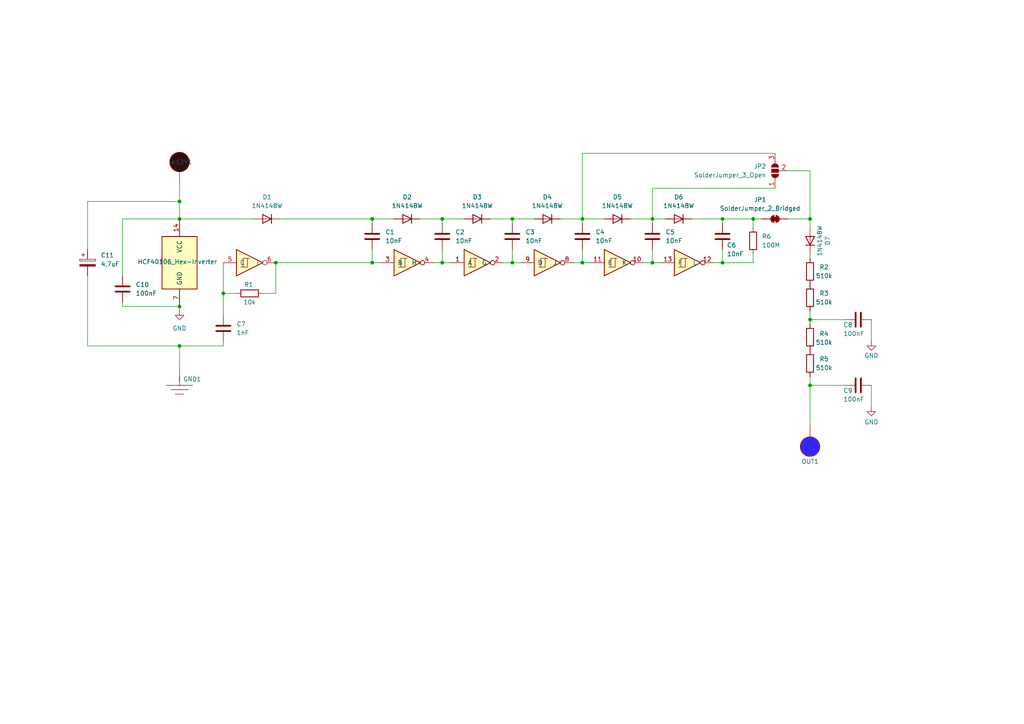
<source format=kicad_sch>
(kicad_sch (version 20250114) (generator "eeschema") (generator_version "9.0")
  (paper "A4")
  (lib_symbols
    (symbol "Device:C" (pin_numbers (hide yes)) (pin_names (offset 0.254))
      (property "Reference" "C" (at 0.635 2.54 0))
      (property "Value" "C" (at 0.635 -2.54 0))
      (symbol "C_0_1"
        (polyline (pts (xy -2.032 0.762) (xy 2.032 0.762)) (stroke (width 0.508)))
        (polyline (pts (xy -2.032 -0.762) (xy 2.032 -0.762)) (stroke (width 0.508)))
      )
      (symbol "C_1_1"
        (pin passive line (at 0 3.81 270) (length 2.794) (name "~") (number "1"))
        (pin passive line (at 0 -3.81 90) (length 2.794) (name "~") (number "2"))
      )
    )
    (symbol "Device:C_Polarized" (pin_numbers (hide yes)) (pin_names (offset 0.254))
      (property "Reference" "C" (at 0.635 2.54 0))
      (property "Value" "C_Polarized" (at 0.635 -2.54 0))
      (symbol "C_Polarized_0_1"
        (rectangle (start -2.286 0.508) (end 2.286 1.016))
        (polyline (pts (xy -1.778 2.286) (xy -0.762 2.286)))
        (polyline (pts (xy -1.27 2.794) (xy -1.27 1.778)))
        (rectangle (start 2.286 -0.508) (end -2.286 -1.016) (fill (type outline)))
      )
      (symbol "C_Polarized_1_1"
        (pin passive line (at 0 3.81 270) (length 2.794) (name "~") (number "1"))
        (pin passive line (at 0 -3.81 90) (length 2.794) (name "~") (number "2"))
      )
    )
    (symbol "Device:R" (pin_numbers (hide yes)) (pin_names (offset 0))
      (property "Reference" "R" (at 2.032 0 90))
      (property "Value" "R" (at 0 0 90))
      (symbol "R_0_1"
        (rectangle (start -1.016 -2.54) (end 1.016 2.54) (stroke (width 0.254)))
      )
      (symbol "R_1_1"
        (pin passive line (at 0 3.81 270) (length 1.27) (name "~") (number "1"))
        (pin passive line (at 0 -3.81 90) (length 1.27) (name "~") (number "2"))
      )
    )
    (symbol "Diode:1N4148W" (pin_numbers (hide yes)) (pin_names (hide yes))
      (property "Reference" "D" (at 0 2.54 0))
      (property "Value" "1N4148W" (at 0 -2.54 0))
      (symbol "1N4148W_0_1"
        (polyline (pts (xy -1.27 1.27) (xy -1.27 -1.27)) (stroke (width 0.254)))
        (polyline (pts (xy 1.27 1.27) (xy 1.27 -1.27) (xy -1.27 0) (xy 1.27 1.27)) (stroke (width 0.254)))
        (polyline (pts (xy 1.27 0) (xy -1.27 0)))
      )
      (symbol "1N4148W_1_1"
        (pin passive line (at -3.81 0 0) (length 2.54) (name "K") (number "1"))
        (pin passive line (at 3.81 0 180) (length 2.54) (name "A") (number "2"))
      )
    )
    (symbol "HCF40106YM013TR:HCF40106_Hex-Inverter" (pin_names (offset 1.016))
      (property "Value" "HCF40106_Hex-Inverter" (at 1.016 0.254 0))
      (symbol "HCF40106_Hex-Inverter_1_0"
        (polyline (pts (xy -3.81 3.81) (xy -3.81 -3.81) (xy 3.81 0) (xy -3.81 3.81)) (stroke (width 0.254)) (fill (type background)))
        (pin input line (at -7.62 0 0) (length 3.81) (name "A") (number "1"))
        (pin output inverted (at 7.62 0 180) (length 3.81) (name "G") (number "2"))
      )
      (symbol "HCF40106_Hex-Inverter_1_1"
        (polyline (pts (xy -2.54 -1.27) (xy -0.635 -1.27) (xy -0.635 1.27) (xy 0 1.27)))
        (polyline (pts (xy -1.905 -1.27) (xy -1.905 1.27) (xy -0.635 1.27)))
      )
      (symbol "HCF40106_Hex-Inverter_2_0"
        (polyline (pts (xy -3.81 3.81) (xy -3.81 -3.81) (xy 3.81 0) (xy -3.81 3.81)) (stroke (width 0.254)) (fill (type background)))
        (pin input line (at -7.62 0 0) (length 3.81) (name "B") (number "3"))
        (pin output inverted (at 7.62 0 180) (length 3.81) (name "H") (number "4"))
      )
      (symbol "HCF40106_Hex-Inverter_2_1"
        (polyline (pts (xy -2.54 -1.27) (xy -0.635 -1.27) (xy -0.635 1.27) (xy 0 1.27)))
        (polyline (pts (xy -1.905 -1.27) (xy -1.905 1.27) (xy -0.635 1.27)))
      )
      (symbol "HCF40106_Hex-Inverter_3_0"
        (polyline (pts (xy -3.81 3.81) (xy -3.81 -3.81) (xy 3.81 0) (xy -3.81 3.81)) (stroke (width 0.254)) (fill (type background)))
        (pin input line (at -7.62 0 0) (length 3.81) (name "C") (number "5"))
        (pin output inverted (at 7.62 0 180) (length 3.81) (name "I") (number "6"))
      )
      (symbol "HCF40106_Hex-Inverter_3_1"
        (polyline (pts (xy -2.54 -1.27) (xy -0.635 -1.27) (xy -0.635 1.27) (xy 0 1.27)))
        (polyline (pts (xy -1.905 -1.27) (xy -1.905 1.27) (xy -0.635 1.27)))
      )
      (symbol "HCF40106_Hex-Inverter_4_0"
        (polyline (pts (xy -3.81 3.81) (xy -3.81 -3.81) (xy 3.81 0) (xy -3.81 3.81)) (stroke (width 0.254)) (fill (type background)))
        (pin input line (at -7.62 0 0) (length 3.81) (name "D") (number "9"))
        (pin output inverted (at 7.62 0 180) (length 3.81) (name "J") (number "8"))
      )
      (symbol "HCF40106_Hex-Inverter_4_1"
        (polyline (pts (xy -2.54 -1.27) (xy -0.635 -1.27) (xy -0.635 1.27) (xy 0 1.27)))
        (polyline (pts (xy -1.905 -1.27) (xy -1.905 1.27) (xy -0.635 1.27)))
      )
      (symbol "HCF40106_Hex-Inverter_5_0"
        (polyline (pts (xy -3.81 3.81) (xy -3.81 -3.81) (xy 3.81 0) (xy -3.81 3.81)) (stroke (width 0.254)) (fill (type background)))
        (pin input line (at -7.62 0 0) (length 3.81) (name "E") (number "11"))
        (pin output inverted (at 7.62 0 180) (length 3.81) (name "K") (number "10"))
      )
      (symbol "HCF40106_Hex-Inverter_5_1"
        (polyline (pts (xy -2.54 -1.27) (xy -0.635 -1.27) (xy -0.635 1.27) (xy 0 1.27)))
        (polyline (pts (xy -1.905 -1.27) (xy -1.905 1.27) (xy -0.635 1.27)))
      )
      (symbol "HCF40106_Hex-Inverter_6_0"
        (polyline (pts (xy -3.81 3.81) (xy -3.81 -3.81) (xy 3.81 0) (xy -3.81 3.81)) (stroke (width 0.254)) (fill (type background)))
        (pin input line (at -7.62 0 0) (length 3.81) (name "F") (number "13"))
        (pin output inverted (at 7.62 0 180) (length 3.81) (name "L") (number "12"))
      )
      (symbol "HCF40106_Hex-Inverter_6_1"
        (polyline (pts (xy -2.54 -1.27) (xy -0.635 -1.27) (xy -0.635 1.27) (xy 0 1.27)))
        (polyline (pts (xy -1.905 -1.27) (xy -1.905 1.27) (xy -0.635 1.27)))
      )
      (symbol "HCF40106_Hex-Inverter_7_0"
        (pin power_in line (at 0 12.7 270) (length 5.08) (name "VCC") (number "14"))
        (pin power_in line (at 0 -12.7 90) (length 5.08) (name "GND") (number "7"))
      )
      (symbol "HCF40106_Hex-Inverter_7_1"
        (rectangle (start -5.08 7.62) (end 5.08 -7.62) (stroke (width 0.254)) (fill (type background)))
      )
    )
    (symbol "Jumper:SolderJumper_2_Bridged" (pin_numbers (hide yes)) (pin_names (offset 0) (hide yes)) (in_bom no)
      (property "Reference" "JP" (at 0 2.032 0))
      (property "Value" "SolderJumper_2_Bridged" (at 0 -2.54 0))
      (symbol "SolderJumper_2_Bridged_0_1"
        (rectangle (start -0.508 0.508) (end 0.508 -0.508) (fill (type outline)))
        (polyline (pts (xy -0.254 1.016) (xy -0.254 -1.016)))
        (arc (start -0.254 -1.016) (mid -1.2656 0) (end -0.254 1.016))
        (arc (start -0.254 -1.016) (mid -1.2656 0) (end -0.254 1.016) (fill (type outline)))
        (arc (start 0.254 1.016) (mid 1.2656 0) (end 0.254 -1.016))
        (arc (start 0.254 1.016) (mid 1.2656 0) (end 0.254 -1.016) (fill (type outline)))
        (polyline (pts (xy 0.254 1.016) (xy 0.254 -1.016)))
      )
      (symbol "SolderJumper_2_Bridged_1_1"
        (pin passive line (at -3.81 0 0) (length 2.54) (name "A") (number "1"))
        (pin passive line (at 3.81 0 180) (length 2.54) (name "B") (number "2"))
      )
    )
    (symbol "Jumper:SolderJumper_3_Open" (pin_names (offset 0) (hide yes)) (in_bom no)
      (property "Reference" "JP" (at -2.54 -2.54 0))
      (property "Value" "SolderJumper_3_Open" (at 0 2.794 0))
      (symbol "SolderJumper_3_Open_0_1"
        (polyline (pts (xy -2.54 0) (xy -2.032 0)))
        (polyline (pts (xy -1.016 1.016) (xy -1.016 -1.016)))
        (arc (start -1.016 -1.016) (mid -2.0276 0) (end -1.016 1.016))
        (arc (start -1.016 -1.016) (mid -2.0276 0) (end -1.016 1.016) (fill (type outline)))
        (rectangle (start -0.508 1.016) (end 0.508 -1.016) (fill (type outline)))
        (polyline (pts (xy 0 -1.27) (xy 0 -1.016)))
        (arc (start 1.016 1.016) (mid 2.0276 0) (end 1.016 -1.016))
        (arc (start 1.016 1.016) (mid 2.0276 0) (end 1.016 -1.016) (fill (type outline)))
        (polyline (pts (xy 1.016 1.016) (xy 1.016 -1.016)))
        (polyline (pts (xy 2.54 0) (xy 2.032 0)))
      )
      (symbol "SolderJumper_3_Open_1_1"
        (pin passive line (at -5.08 0 0) (length 2.54) (name "A") (number "1"))
        (pin passive line (at 0 -3.81 90) (length 2.54) (name "C") (number "2"))
        (pin passive line (at 5.08 0 180) (length 2.54) (name "B") (number "3"))
      )
    )
    (symbol "_PWR_CUSTOM:POL" (pin_numbers (hide yes))
      (property "Reference" "Q" (at 0 0 0))
      (symbol "POL_1_0"
        (pin power_out line (at 0 -6.35 90) (length 3.81) (name "~") (number "1"))
      )
      (symbol "POL_1_1"
        (circle (center 0 0) (radius 2.8398) (fill (type color) (color 52 37 255 1)))
      )
    )
    (symbol "_PWR_CUSTOM:PWR_WIRE_12V" (pin_numbers (hide yes)) (pin_names (hide yes))
      (property "Reference" "+12V" (at 0 0 0))
      (symbol "PWR_WIRE_12V_1_0"
        (pin power_in line (at 0 -6.35 90) (length 3.81) (name "~") (number "1"))
      )
      (symbol "PWR_WIRE_12V_1_1"
        (circle (center 0 0) (radius 2.8398) (fill (type color) (color 50 12 12 1)))
      )
    )
    (symbol "_PWR_CUSTOM:PWR_WIRE_GND" (pin_numbers (hide yes)) (pin_names (hide yes))
      (property "Reference" "GND" (at 2.54 0 0))
      (symbol "PWR_WIRE_GND_0_1"
        (polyline (pts (xy -2.54 -2.54) (xy 2.54 -2.54)))
        (polyline (pts (xy -1.27 -3.81) (xy 1.27 -3.81)))
        (polyline (pts (xy 0 1.27) (xy 0 -1.27) (xy -2.54 -1.27) (xy 2.54 -1.27) (xy 3.81 -1.27) (xy -3.81 -1.27)))
      )
      (symbol "PWR_WIRE_GND_1_0"
        (pin power_in line (at 0 3.81 270) (length 3.81) (name "~") (number "1"))
      )
    )
    (symbol "power:GND" (power) (pin_numbers (hide yes)) (pin_names (offset 0) (hide yes))
      (property "Value" "GND" (at 0 -3.81 0))
      (symbol "GND_0_1"
        (polyline (pts (xy 0 0) (xy 0 -1.27) (xy 1.27 -1.27) (xy 0 -2.54) (xy -1.27 -1.27) (xy 0 -1.27)))
      )
      (symbol "GND_1_1"
        (pin power_in line (at 0 0 270) (length 0) (name "~") (number "1"))
      )
    )
  )
  (junction (at 64.77 85.09))
  (junction (at 52.07 100.33))
  (junction (at 80.01 76.2))
  (junction (at 234.95 111.76))
  (junction (at 189.23 76.2))
  (junction (at 107.95 63.5))
  (junction (at 148.59 63.5))
  (junction (at 52.07 88.9))
  (junction (at 168.91 63.5))
  (junction (at 168.91 76.2))
  (junction (at 218.44 63.5))
  (junction (at 209.55 76.2))
  (junction (at 52.07 63.5))
  (junction (at 189.23 63.5))
  (junction (at 128.27 76.2))
  (junction (at 234.95 92.71))
  (junction (at 128.27 63.5))
  (junction (at 234.95 63.5))
  (junction (at 148.59 76.2))
  (junction (at 52.07 58.42))
  (junction (at 209.55 63.5))
  (junction (at 107.95 76.2))
  (wire (pts (xy 234.95 92.71) (xy 234.95 93.98)))
  (wire (pts (xy 218.44 73.66) (xy 218.44 76.2)))
  (wire (pts (xy 234.95 111.76) (xy 245.11 111.76)))
  (wire (pts (xy 182.88 63.5) (xy 189.23 63.5)))
  (wire (pts (xy 76.2 85.09) (xy 80.01 85.09)))
  (wire (pts (xy 121.92 63.5) (xy 128.27 63.5)))
  (wire (pts (xy 52.07 100.33) (xy 52.07 106.68)))
  (wire (pts (xy 107.95 63.5) (xy 114.3 63.5)))
  (wire (pts (xy 142.24 63.5) (xy 148.59 63.5)))
  (wire (pts (xy 128.27 63.5) (xy 128.27 64.77)))
  (wire (pts (xy 252.73 92.71) (xy 252.73 99.06)))
  (wire (pts (xy 146.05 76.2) (xy 148.59 76.2)))
  (wire (pts (xy 207.01 76.2) (xy 209.55 76.2)))
  (wire (pts (xy 35.56 63.5) (xy 52.07 63.5)))
  (wire (pts (xy 218.44 76.2) (xy 209.55 76.2)))
  (wire (pts (xy 234.95 49.53) (xy 234.95 63.5)))
  (wire (pts (xy 148.59 63.5) (xy 148.59 64.77)))
  (wire (pts (xy 128.27 63.5) (xy 134.62 63.5)))
  (wire (pts (xy 128.27 72.39) (xy 128.27 76.2)))
  (wire (pts (xy 35.56 87.63) (xy 35.56 88.9)))
  (wire (pts (xy 80.01 76.2) (xy 80.01 85.09)))
  (wire (pts (xy 228.6 49.53) (xy 234.95 49.53)))
  (wire (pts (xy 35.56 80.01) (xy 35.56 63.5)))
  (wire (pts (xy 25.4 58.42) (xy 25.4 72.39)))
  (wire (pts (xy 128.27 76.2) (xy 130.81 76.2)))
  (wire (pts (xy 64.77 85.09) (xy 68.58 85.09)))
  (wire (pts (xy 209.55 63.5) (xy 218.44 63.5)))
  (wire (pts (xy 168.91 63.5) (xy 168.91 64.77)))
  (wire (pts (xy 189.23 63.5) (xy 193.04 63.5)))
  (wire (pts (xy 168.91 63.5) (xy 168.91 44.45)))
  (wire (pts (xy 64.77 85.09) (xy 64.77 76.2)))
  (wire (pts (xy 148.59 63.5) (xy 154.94 63.5)))
  (wire (pts (xy 168.91 72.39) (xy 168.91 76.2)))
  (wire (pts (xy 35.56 88.9) (xy 52.07 88.9)))
  (wire (pts (xy 52.07 58.42) (xy 52.07 53.34)))
  (wire (pts (xy 64.77 85.09) (xy 64.77 91.44)))
  (wire (pts (xy 209.55 76.2) (xy 209.55 72.39)))
  (wire (pts (xy 168.91 76.2) (xy 171.45 76.2)))
  (wire (pts (xy 189.23 72.39) (xy 189.23 76.2)))
  (wire (pts (xy 189.23 63.5) (xy 189.23 64.77)))
  (wire (pts (xy 200.66 63.5) (xy 209.55 63.5)))
  (wire (pts (xy 209.55 63.5) (xy 209.55 64.77)))
  (wire (pts (xy 25.4 80.01) (xy 25.4 100.33)))
  (wire (pts (xy 107.95 63.5) (xy 107.95 64.77)))
  (wire (pts (xy 52.07 63.5) (xy 73.66 63.5)))
  (wire (pts (xy 168.91 63.5) (xy 175.26 63.5)))
  (wire (pts (xy 218.44 63.5) (xy 218.44 66.04)))
  (wire (pts (xy 168.91 44.45) (xy 224.79 44.45)))
  (wire (pts (xy 189.23 54.61) (xy 189.23 63.5)))
  (wire (pts (xy 234.95 90.17) (xy 234.95 92.71)))
  (wire (pts (xy 234.95 92.71) (xy 245.11 92.71)))
  (wire (pts (xy 64.77 100.33) (xy 64.77 99.06)))
  (wire (pts (xy 189.23 76.2) (xy 191.77 76.2)))
  (wire (pts (xy 107.95 72.39) (xy 107.95 76.2)))
  (wire (pts (xy 148.59 72.39) (xy 148.59 76.2)))
  (wire (pts (xy 234.95 73.66) (xy 234.95 74.93)))
  (wire (pts (xy 52.07 88.9) (xy 52.07 90.17)))
  (wire (pts (xy 166.37 76.2) (xy 168.91 76.2)))
  (wire (pts (xy 252.73 111.76) (xy 252.73 118.11)))
  (wire (pts (xy 228.6 63.5) (xy 234.95 63.5)))
  (wire (pts (xy 81.28 63.5) (xy 107.95 63.5)))
  (wire (pts (xy 234.95 109.22) (xy 234.95 111.76)))
  (wire (pts (xy 186.69 76.2) (xy 189.23 76.2)))
  (wire (pts (xy 52.07 58.42) (xy 25.4 58.42)))
  (wire (pts (xy 234.95 63.5) (xy 234.95 66.04)))
  (wire (pts (xy 25.4 100.33) (xy 52.07 100.33)))
  (wire (pts (xy 52.07 58.42) (xy 52.07 63.5)))
  (wire (pts (xy 162.56 63.5) (xy 168.91 63.5)))
  (wire (pts (xy 125.73 76.2) (xy 128.27 76.2)))
  (wire (pts (xy 148.59 76.2) (xy 151.13 76.2)))
  (wire (pts (xy 218.44 63.5) (xy 220.98 63.5)))
  (wire (pts (xy 80.01 76.2) (xy 107.95 76.2)))
  (wire (pts (xy 224.79 54.61) (xy 189.23 54.61)))
  (wire (pts (xy 107.95 76.2) (xy 110.49 76.2)))
  (wire (pts (xy 234.95 111.76) (xy 234.95 123.19)))
  (wire (pts (xy 52.07 100.33) (xy 64.77 100.33)))
  (symbol (lib_id "HCF40106YM013TR:HCF40106_Hex-Inverter") (at 138.43 76.2 0) (unit 1)
    (property "Reference" "U1" (effects (hide yes)))
    (property "Value" "HCF40106_Hex-Inverter" (effects (hide yes)))
    (property "Footprint" "01_LDC-footprints:SOIC127P600X175-14N" (effects (hide yes)))
    (property "Datasheet" "reichelt.de/de/de/shop/produkt/inverter_hex_schmitt_trigger_soic-14-404841" (effects (hide yes)))
    (property "Description" "Hex inverter schmitt trigger" (effects (hide yes)))
  )
  (symbol (lib_id "power:GND") (at 252.73 118.11 0) (unit 1)
    (property "Reference" "#PWR02" (effects (hide yes)))
    (property "Value" "GND" (at 250.698 122.428 0) (effects (justify left)))
    (property "Description" "Power symbol creates a global label with name \"GND\" , ground" (effects (hide yes)))
  )
  (symbol (lib_id "Jumper:SolderJumper_3_Open") (at 224.79 49.53 90) (unit 1) (in_bom no)
    (property "Reference" "JP2" (at 222.25 48.2599 90) (effects (justify left)))
    (property "Value" "SolderJumper_3_Open" (at 222.25 50.7999 90) (effects (justify left)))
    (property "Footprint" "Jumper:SolderJumper-3_P1.3mm_Open_RoundedPad1.0x1.5mm_NumberLabels" (effects (hide yes)))
    (property "Description" "Solder Jumper, 3-pole, open" (effects (hide yes)))
  )
  (symbol (lib_id "Diode:1N4148W") (at 158.75 63.5 0) (mirror y) (unit 1)
    (property "Reference" "D4" (at 158.75 57.15 0))
    (property "Value" "1N4148W" (at 158.75 59.69 0))
    (property "Footprint" "Diode_SMD:D_SOD-123" (effects (hide yes)))
    (property "Datasheet" "https://www.vishay.com/docs/85748/1n4148w.pdf" (effects (hide yes)))
    (property "Description" "75V 0.15A Fast Switching Diode, SOD-123" (effects (hide yes)))
    (property "Sim.Device" "D" (effects (hide yes)))
    (property "Sim.Pins" "1=K 2=A" (effects (hide yes)))
  )
  (symbol (lib_id "Device:R") (at 234.95 78.74 180) (unit 1)
    (property "Reference" "R2" (at 239.014 77.47 0))
    (property "Value" "510k" (at 239.014 80.01 0))
    (property "Footprint" "Resistor_SMD:R_1206_3216Metric" (effects (hide yes)))
    (property "Description" "Resistor" (effects (hide yes)))
  )
  (symbol (lib_id "HCF40106YM013TR:HCF40106_Hex-Inverter") (at 118.11 76.2 0) (unit 2)
    (property "Reference" "U1" (effects (hide yes)))
    (property "Value" "HCF40106_Hex-Inverter" (effects (hide yes)))
    (property "Footprint" "01_LDC-footprints:SOIC127P600X175-14N" (effects (hide yes)))
    (property "Datasheet" "reichelt.de/de/de/shop/produkt/inverter_hex_schmitt_trigger_soic-14-404841" (effects (hide yes)))
    (property "Description" "Hex inverter schmitt trigger" (effects (hide yes)))
  )
  (symbol (lib_id "_PWR_CUSTOM:PWR_WIRE_GND") (at 52.07 110.49 0) (unit 1)
    (property "Reference" "GND1" (at 53.086 109.982 0) (effects (justify left)))
    (property "Footprint" "Connector_Wire:SolderWire-0.25sqmm_1x01_D0.65mm_OD2mm" (effects (hide yes)))
  )
  (symbol (lib_id "Device:C") (at 168.91 68.58 0) (unit 1)
    (property "Reference" "C4" (at 172.72 67.3099 0) (effects (justify left)))
    (property "Value" "10nF" (at 172.72 69.8499 0) (effects (justify left)))
    (property "Footprint" "Capacitor_SMD:C_0805_2012Metric" (effects (hide yes)))
    (property "Description" "Unpolarized capacitor" (effects (hide yes)))
  )
  (symbol (lib_id "power:GND") (at 252.73 99.06 0) (unit 1)
    (property "Reference" "#PWR03" (effects (hide yes)))
    (property "Value" "GND" (at 250.698 103.124 0) (effects (justify left)))
    (property "Description" "Power symbol creates a global label with name \"GND\" , ground" (effects (hide yes)))
  )
  (symbol (lib_id "Device:C") (at 148.59 68.58 0) (unit 1)
    (property "Reference" "C3" (at 152.4 67.3099 0) (effects (justify left)))
    (property "Value" "10nF" (at 152.4 69.8499 0) (effects (justify left)))
    (property "Footprint" "Capacitor_SMD:C_0805_2012Metric" (effects (hide yes)))
    (property "Description" "Unpolarized capacitor" (effects (hide yes)))
  )
  (symbol (lib_id "Device:C") (at 107.95 68.58 0) (unit 1)
    (property "Reference" "C1" (at 111.76 67.3099 0) (effects (justify left)))
    (property "Value" "10nF" (at 111.76 69.8499 0) (effects (justify left)))
    (property "Footprint" "Capacitor_SMD:C_0805_2012Metric" (effects (hide yes)))
    (property "Description" "Unpolarized capacitor" (effects (hide yes)))
  )
  (symbol (lib_id "Device:R") (at 218.44 69.85 0) (unit 1)
    (property "Reference" "R6" (at 220.98 68.5799 0) (effects (justify left)))
    (property "Value" "100M" (at 220.98 71.1199 0) (effects (justify left)))
    (property "Footprint" "Resistor_SMD:R_0805_2012Metric" (effects (hide yes)))
    (property "Description" "Resistor" (effects (hide yes)))
  )
  (symbol (lib_id "_PWR_CUSTOM:PWR_WIRE_12V") (at 52.07 46.99 0) (unit 1)
    (property "Reference" "+12V1" (at 49.276 46.99 0) (effects (justify left)))
    (property "Footprint" "Connector_Wire:SolderWire-0.25sqmm_1x01_D0.65mm_OD2mm" (effects (hide yes)))
  )
  (symbol (lib_id "Device:R") (at 234.95 86.36 180) (unit 1)
    (property "Reference" "R3" (at 239.014 85.09 0))
    (property "Value" "510k" (at 239.014 87.63 0))
    (property "Footprint" "Resistor_SMD:R_1206_3216Metric" (effects (hide yes)))
    (property "Description" "Resistor" (effects (hide yes)))
  )
  (symbol (lib_id "_PWR_CUSTOM:POL") (at 234.95 129.54 180) (unit 1)
    (property "Reference" "OUT1" (at 237.49 133.858 0) (effects (justify left)))
    (property "Footprint" "Connector_Wire:SolderWire-0.25sqmm_1x01_D0.65mm_OD2mm" (effects (hide yes)))
  )
  (symbol (lib_id "HCF40106YM013TR:HCF40106_Hex-Inverter") (at 158.75 76.2 0) (unit 4)
    (property "Reference" "U1" (effects (hide yes)))
    (property "Value" "HCF40106_Hex-Inverter" (effects (hide yes)))
    (property "Footprint" "01_LDC-footprints:SOIC127P600X175-14N" (effects (hide yes)))
    (property "Datasheet" "reichelt.de/de/de/shop/produkt/inverter_hex_schmitt_trigger_soic-14-404841" (effects (hide yes)))
    (property "Description" "Hex inverter schmitt trigger" (effects (hide yes)))
  )
  (symbol (lib_id "Jumper:SolderJumper_2_Bridged") (at 224.79 63.5 0) (unit 1) (in_bom no)
    (property "Reference" "JP1" (at 220.472 57.912 0))
    (property "Value" "SolderJumper_2_Bridged" (at 220.472 60.452 0))
    (property "Footprint" "Jumper:SolderJumper-2_P1.3mm_Bridged_RoundedPad1.0x1.5mm" (effects (hide yes)))
    (property "Description" "Solder Jumper, 2-pole, closed/bridged" (effects (hide yes)))
  )
  (symbol (lib_id "Diode:1N4148W") (at 118.11 63.5 0) (mirror y) (unit 1)
    (property "Reference" "D2" (at 118.11 57.15 0))
    (property "Value" "1N4148W" (at 118.11 59.69 0))
    (property "Footprint" "Diode_SMD:D_SOD-123" (effects (hide yes)))
    (property "Datasheet" "https://www.vishay.com/docs/85748/1n4148w.pdf" (effects (hide yes)))
    (property "Description" "75V 0.15A Fast Switching Diode, SOD-123" (effects (hide yes)))
    (property "Sim.Device" "D" (effects (hide yes)))
    (property "Sim.Pins" "1=K 2=A" (effects (hide yes)))
  )
  (symbol (lib_id "Diode:1N4148W") (at 138.43 63.5 0) (mirror y) (unit 1)
    (property "Reference" "D3" (at 138.43 57.15 0))
    (property "Value" "1N4148W" (at 138.43 59.69 0))
    (property "Footprint" "Diode_SMD:D_SOD-123" (effects (hide yes)))
    (property "Datasheet" "https://www.vishay.com/docs/85748/1n4148w.pdf" (effects (hide yes)))
    (property "Description" "75V 0.15A Fast Switching Diode, SOD-123" (effects (hide yes)))
    (property "Sim.Device" "D" (effects (hide yes)))
    (property "Sim.Pins" "1=K 2=A" (effects (hide yes)))
  )
  (symbol (lib_id "Diode:1N4148W") (at 234.95 69.85 270) (mirror x) (unit 1)
    (property "Reference" "D7" (at 240.03 69.85 0))
    (property "Value" "1N4148W" (at 237.744 69.85 0))
    (property "Footprint" "Diode_SMD:D_SOD-123" (effects (hide yes)))
    (property "Datasheet" "https://www.vishay.com/docs/85748/1n4148w.pdf" (effects (hide yes)))
    (property "Description" "75V 0.15A Fast Switching Diode, SOD-123" (effects (hide yes)))
    (property "Sim.Device" "D" (effects (hide yes)))
    (property "Sim.Pins" "1=K 2=A" (effects (hide yes)))
  )
  (symbol (lib_id "HCF40106YM013TR:HCF40106_Hex-Inverter") (at 72.39 76.2 0) (unit 3)
    (property "Reference" "U1" (effects (hide yes)))
    (property "Value" "HCF40106_Hex-Inverter" (effects (hide yes)))
    (property "Footprint" "01_LDC-footprints:SOIC127P600X175-14N" (effects (hide yes)))
    (property "Datasheet" "reichelt.de/de/de/shop/produkt/inverter_hex_schmitt_trigger_soic-14-404841" (effects (hide yes)))
    (property "Description" "Hex inverter schmitt trigger" (effects (hide yes)))
  )
  (symbol (lib_id "Device:C") (at 128.27 68.58 0) (unit 1)
    (property "Reference" "C2" (at 132.08 67.3099 0) (effects (justify left)))
    (property "Value" "10nF" (at 132.08 69.8499 0) (effects (justify left)))
    (property "Footprint" "Capacitor_SMD:C_0805_2012Metric" (effects (hide yes)))
    (property "Description" "Unpolarized capacitor" (effects (hide yes)))
  )
  (symbol (lib_id "HCF40106YM013TR:HCF40106_Hex-Inverter") (at 52.07 76.2 0) (unit 7)
    (property "Reference" "U1" (effects (hide yes)))
    (property "Value" "HCF40106_Hex-Inverter" (at 39.878 75.946 0) (effects (justify left)))
    (property "Footprint" "01_LDC-footprints:SOIC127P600X175-14N" (effects (hide yes)))
    (property "Datasheet" "reichelt.de/de/de/shop/produkt/inverter_hex_schmitt_trigger_soic-14-404841" (effects (hide yes)))
    (property "Description" "Hex inverter schmitt trigger" (effects (hide yes)))
  )
  (symbol (lib_id "HCF40106YM013TR:HCF40106_Hex-Inverter") (at 199.39 76.2 0) (unit 6)
    (property "Reference" "U1" (effects (hide yes)))
    (property "Value" "HCF40106_Hex-Inverter" (effects (hide yes)))
    (property "Footprint" "01_LDC-footprints:SOIC127P600X175-14N" (effects (hide yes)))
    (property "Datasheet" "reichelt.de/de/de/shop/produkt/inverter_hex_schmitt_trigger_soic-14-404841" (effects (hide yes)))
    (property "Description" "Hex inverter schmitt trigger" (effects (hide yes)))
  )
  (symbol (lib_id "Diode:1N4148W") (at 196.85 63.5 0) (mirror y) (unit 1)
    (property "Reference" "D6" (at 196.85 57.15 0))
    (property "Value" "1N4148W" (at 196.85 59.69 0))
    (property "Footprint" "Diode_SMD:D_SOD-123" (effects (hide yes)))
    (property "Datasheet" "https://www.vishay.com/docs/85748/1n4148w.pdf" (effects (hide yes)))
    (property "Description" "75V 0.15A Fast Switching Diode, SOD-123" (effects (hide yes)))
    (property "Sim.Device" "D" (effects (hide yes)))
    (property "Sim.Pins" "1=K 2=A" (effects (hide yes)))
  )
  (symbol (lib_id "Device:R") (at 234.95 105.41 180) (unit 1)
    (property "Reference" "R5" (at 239.014 104.14 0))
    (property "Value" "510k" (at 239.014 106.68 0))
    (property "Footprint" "Resistor_SMD:R_1206_3216Metric" (effects (hide yes)))
    (property "Description" "Resistor" (effects (hide yes)))
  )
  (symbol (lib_id "Diode:1N4148W") (at 77.47 63.5 0) (mirror y) (unit 1)
    (property "Reference" "D1" (at 77.47 57.15 0))
    (property "Value" "1N4148W" (at 77.47 59.69 0))
    (property "Footprint" "Diode_SMD:D_SOD-123" (effects (hide yes)))
    (property "Datasheet" "https://www.vishay.com/docs/85748/1n4148w.pdf" (effects (hide yes)))
    (property "Description" "75V 0.15A Fast Switching Diode, SOD-123" (effects (hide yes)))
    (property "Sim.Device" "D" (effects (hide yes)))
    (property "Sim.Pins" "1=K 2=A" (effects (hide yes)))
  )
  (symbol (lib_id "Device:C") (at 189.23 68.58 0) (unit 1)
    (property "Reference" "C5" (at 193.04 67.3099 0) (effects (justify left)))
    (property "Value" "10nF" (at 193.04 69.8499 0) (effects (justify left)))
    (property "Footprint" "Capacitor_SMD:C_0805_2012Metric" (effects (hide yes)))
    (property "Description" "Unpolarized capacitor" (effects (hide yes)))
  )
  (symbol (lib_id "Device:C") (at 64.77 95.25 0) (unit 1)
    (property "Reference" "C7" (at 68.58 93.9799 0) (effects (justify left)))
    (property "Value" "1nF" (at 68.58 96.5199 0) (effects (justify left)))
    (property "Footprint" "Capacitor_SMD:C_1206_3216Metric" (effects (hide yes)))
    (property "Description" "Unpolarized capacitor" (effects (hide yes)))
  )
  (symbol (lib_id "Device:R") (at 234.95 97.79 180) (unit 1)
    (property "Reference" "R4" (at 239.014 96.774 0))
    (property "Value" "510k" (at 239.014 99.314 0))
    (property "Footprint" "Resistor_SMD:R_1206_3216Metric" (effects (hide yes)))
    (property "Description" "Resistor" (effects (hide yes)))
  )
  (symbol (lib_id "Device:C") (at 248.92 111.76 270) (unit 1)
    (property "Reference" "C9" (at 244.602 113.284 90) (effects (justify left)))
    (property "Value" "100nF" (at 244.602 115.824 90) (effects (justify left)))
    (property "Footprint" "Capacitor_SMD:C_1206_3216Metric" (effects (hide yes)))
    (property "Description" "Unpolarized capacitor" (effects (hide yes)))
  )
  (symbol (lib_id "Device:C") (at 35.56 83.82 0) (unit 1)
    (property "Reference" "C10" (at 39.37 82.5499 0) (effects (justify left)))
    (property "Value" "100nF" (at 39.37 85.0899 0) (effects (justify left)))
    (property "Footprint" "Capacitor_SMD:C_1206_3216Metric" (effects (hide yes)))
    (property "Description" "Unpolarized capacitor" (effects (hide yes)))
  )
  (symbol (lib_id "Device:R") (at 72.39 85.09 270) (unit 1)
    (property "Reference" "R1" (at 72.136 82.55 90))
    (property "Value" "10k" (at 72.39 87.63 90))
    (property "Footprint" "Resistor_SMD:R_0805_2012Metric" (effects (hide yes)))
    (property "Description" "Resistor" (effects (hide yes)))
  )
  (symbol (lib_id "HCF40106YM013TR:HCF40106_Hex-Inverter") (at 179.07 76.2 0) (unit 5)
    (property "Reference" "U1" (effects (hide yes)))
    (property "Value" "HCF40106_Hex-Inverter" (effects (hide yes)))
    (property "Footprint" "01_LDC-footprints:SOIC127P600X175-14N" (effects (hide yes)))
    (property "Datasheet" "reichelt.de/de/de/shop/produkt/inverter_hex_schmitt_trigger_soic-14-404841" (effects (hide yes)))
    (property "Description" "Hex inverter schmitt trigger" (effects (hide yes)))
  )
  (symbol (lib_id "Device:C") (at 248.92 92.71 270) (unit 1)
    (property "Reference" "C8" (at 244.602 94.234 90) (effects (justify left)))
    (property "Value" "100nF" (at 244.602 96.774 90) (effects (justify left)))
    (property "Footprint" "Capacitor_SMD:C_1206_3216Metric" (effects (hide yes)))
    (property "Description" "Unpolarized capacitor" (effects (hide yes)))
  )
  (symbol (lib_id "Device:C_Polarized") (at 25.4 76.2 0) (unit 1)
    (property "Reference" "C11" (at 29.21 74.0409 0) (effects (justify left)))
    (property "Value" "4,7uF" (at 29.21 76.5809 0) (effects (justify left)))
    (property "Footprint" "Capacitor_SMD:CP_Elec_4x5.4" (effects (hide yes)))
    (property "Description" "Polarized capacitor" (effects (hide yes)))
  )
  (symbol (lib_id "Diode:1N4148W") (at 179.07 63.5 0) (mirror y) (unit 1)
    (property "Reference" "D5" (at 179.07 57.15 0))
    (property "Value" "1N4148W" (at 179.07 59.69 0))
    (property "Footprint" "Diode_SMD:D_SOD-123" (effects (hide yes)))
    (property "Datasheet" "https://www.vishay.com/docs/85748/1n4148w.pdf" (effects (hide yes)))
    (property "Description" "75V 0.15A Fast Switching Diode, SOD-123" (effects (hide yes)))
    (property "Sim.Device" "D" (effects (hide yes)))
    (property "Sim.Pins" "1=K 2=A" (effects (hide yes)))
  )
  (symbol (lib_id "Device:C") (at 209.55 68.58 0) (unit 1)
    (property "Reference" "C6" (at 210.82 71.12 0) (effects (justify left)))
    (property "Value" "10nF" (at 210.82 73.66 0) (effects (justify left)))
    (property "Footprint" "Capacitor_SMD:C_0805_2012Metric" (effects (hide yes)))
    (property "Description" "Unpolarized capacitor" (effects (hide yes)))
  )
  (symbol (lib_id "power:GND") (at 52.07 90.17 0) (unit 1)
    (property "Reference" "#PWR01" (effects (hide yes)))
    (property "Value" "GND" (at 52.07 95.25 0))
    (property "Description" "Power symbol creates a global label with name \"GND\" , ground" (effects (hide yes)))
  )
)
</source>
